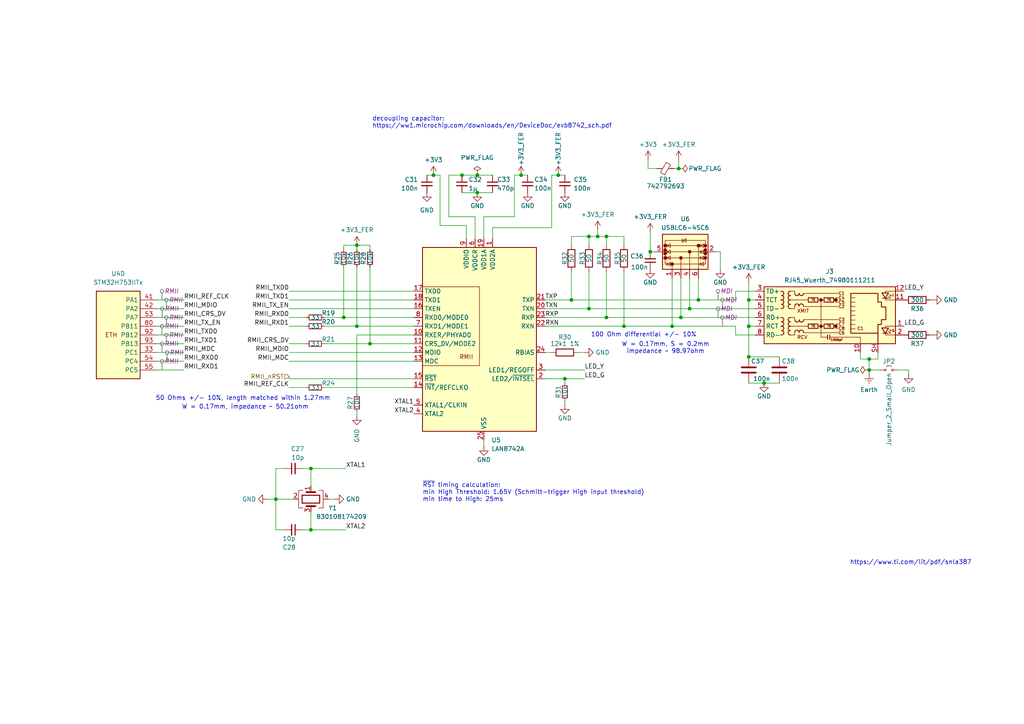
<source format=kicad_sch>
(kicad_sch
	(version 20250114)
	(generator "eeschema")
	(generator_version "9.0")
	(uuid "646f0ec7-69cc-4f42-8786-19ce68dbe63b")
	(paper "A4")
	
	(text "https://www.ti.com/lit/pdf/snla387"
		(exclude_from_sim no)
		(at 264.16 163.195 0)
		(effects
			(font
				(size 1.27 1.27)
			)
		)
		(uuid "07355253-d57a-4889-91b8-64d92046556e")
	)
	(text "W = 0.17mm, impedance ~ 50.21ohm"
		(exclude_from_sim no)
		(at 71.12 118.11 0)
		(effects
			(font
				(size 1.27 1.27)
			)
		)
		(uuid "49058765-2b2c-4275-9dcb-62dec990a013")
	)
	(text "~{RST} timing calculation:\nmin High Threshold: 1.65V (Schmitt-trigger High input threshold)\nmin time to High: 25ms"
		(exclude_from_sim no)
		(at 122.555 142.875 0)
		(effects
			(font
				(size 1.27 1.27)
			)
			(justify left)
		)
		(uuid "647e5c24-9002-4bcb-9253-b89a1429e58f")
	)
	(text "50 Ohms +/- 10%, length matched within 1.27mm"
		(exclude_from_sim no)
		(at 70.485 115.57 0)
		(effects
			(font
				(size 1.27 1.27)
			)
		)
		(uuid "87c95337-b4e4-4486-8203-c41b42b73555")
	)
	(text "decoupling capacitor:\nhttps://ww1.microchip.com/downloads/en/DeviceDoc/evb8742_sch.pdf"
		(exclude_from_sim no)
		(at 107.95 35.56 0)
		(effects
			(font
				(size 1.27 1.27)
			)
			(justify left)
		)
		(uuid "8daae0bb-64e3-4fc9-80ff-1c40c2265636")
	)
	(text "100 Ohm differential +/- 10%"
		(exclude_from_sim no)
		(at 186.69 97.155 0)
		(effects
			(font
				(size 1.27 1.27)
			)
		)
		(uuid "91dfeb50-624f-42c9-afcf-757a0abe0581")
	)
	(text "W = 0.17mm, S = 0.2mm\nimpedance ~ 98.97ohm"
		(exclude_from_sim no)
		(at 193.04 100.965 0)
		(effects
			(font
				(size 1.27 1.27)
			)
		)
		(uuid "fd6cdfc9-b2e2-4b13-abe0-02b1421eaaef")
	)
	(junction
		(at 196.85 48.895)
		(diameter 0)
		(color 0 0 0 0)
		(uuid "049ee6f0-edd9-4de9-9d41-d67b7d7371c4")
	)
	(junction
		(at 252.095 107.315)
		(diameter 0)
		(color 0 0 0 0)
		(uuid "0a4dc002-a1a1-4420-82d9-0f8650ef61be")
	)
	(junction
		(at 163.83 109.855)
		(diameter 0)
		(color 0 0 0 0)
		(uuid "1b0dfb70-1ae2-419b-8562-dfad3b9b2ec1")
	)
	(junction
		(at 103.505 94.615)
		(diameter 0)
		(color 0 0 0 0)
		(uuid "2035bcc3-7426-4bcb-8edc-fae5b3357d94")
	)
	(junction
		(at 151.13 50.8)
		(diameter 0)
		(color 0 0 0 0)
		(uuid "2647d42f-9872-4cd1-b370-3dd4abad0ecf")
	)
	(junction
		(at 202.565 86.995)
		(diameter 0)
		(color 0 0 0 0)
		(uuid "31b34c5c-feb7-4343-a199-c34c4443428d")
	)
	(junction
		(at 180.975 94.615)
		(diameter 0)
		(color 0 0 0 0)
		(uuid "365a1506-233c-4ff0-95cc-7f7a59db9742")
	)
	(junction
		(at 194.945 94.615)
		(diameter 0)
		(color 0 0 0 0)
		(uuid "4369633a-7c55-4b23-8849-c208281a6526")
	)
	(junction
		(at 165.735 86.995)
		(diameter 0)
		(color 0 0 0 0)
		(uuid "463d78f6-9a6e-4f37-93c6-b49793c12db1")
	)
	(junction
		(at 161.925 50.8)
		(diameter 0)
		(color 0 0 0 0)
		(uuid "4d300525-7eec-4176-997d-066554a55c5b")
	)
	(junction
		(at 221.615 111.125)
		(diameter 0)
		(color 0 0 0 0)
		(uuid "5f43df96-af99-4f70-af0c-81c21162083a")
	)
	(junction
		(at 217.17 86.995)
		(diameter 0)
		(color 0 0 0 0)
		(uuid "608c3ba2-14a8-4f9c-8522-bde368058f20")
	)
	(junction
		(at 80.01 144.78)
		(diameter 0)
		(color 0 0 0 0)
		(uuid "787f373f-9e88-4948-aee8-3d2848b59e9a")
	)
	(junction
		(at 175.895 92.075)
		(diameter 0)
		(color 0 0 0 0)
		(uuid "7fe16ac2-7ca3-4751-a581-5dcb8a6c92fd")
	)
	(junction
		(at 200.025 89.535)
		(diameter 0)
		(color 0 0 0 0)
		(uuid "9475dafa-ebc7-4881-a820-06306bb84810")
	)
	(junction
		(at 125.73 50.8)
		(diameter 0)
		(color 0 0 0 0)
		(uuid "96e1967a-2115-41a7-88e9-acfb9aa5adde")
	)
	(junction
		(at 217.17 103.505)
		(diameter 0)
		(color 0 0 0 0)
		(uuid "9beb3c46-0a2f-4454-ac89-62302ac3b4b6")
	)
	(junction
		(at 99.695 92.075)
		(diameter 0)
		(color 0 0 0 0)
		(uuid "a19ea777-a0c8-4300-8c9c-2eff811d80a8")
	)
	(junction
		(at 173.355 68.58)
		(diameter 0)
		(color 0 0 0 0)
		(uuid "aae18f9d-4e04-46ce-b266-d0e944fa6fe0")
	)
	(junction
		(at 103.505 71.12)
		(diameter 0)
		(color 0 0 0 0)
		(uuid "abafef1c-2e60-46e4-a8ae-5d7767c8353f")
	)
	(junction
		(at 90.17 135.89)
		(diameter 0)
		(color 0 0 0 0)
		(uuid "aebe97b2-90e8-4de5-ae36-1e13702e691f")
	)
	(junction
		(at 217.17 94.615)
		(diameter 0)
		(color 0 0 0 0)
		(uuid "b9cce664-a30d-45fa-9a00-8b22b82def88")
	)
	(junction
		(at 170.815 89.535)
		(diameter 0)
		(color 0 0 0 0)
		(uuid "c3700580-2003-4b1e-b1bb-6f518b3b860f")
	)
	(junction
		(at 107.315 99.695)
		(diameter 0)
		(color 0 0 0 0)
		(uuid "d39b6d90-3daf-408a-85ef-31f5d5d58189")
	)
	(junction
		(at 170.815 68.58)
		(diameter 0)
		(color 0 0 0 0)
		(uuid "dbd60596-381e-4027-a0e0-5a70fa2bfffb")
	)
	(junction
		(at 197.485 92.075)
		(diameter 0)
		(color 0 0 0 0)
		(uuid "e4de4d00-0894-47cf-b7f6-1c71ac9dd439")
	)
	(junction
		(at 175.895 68.58)
		(diameter 0)
		(color 0 0 0 0)
		(uuid "e67fad01-e732-47db-8c6b-05e5527967e6")
	)
	(junction
		(at 138.43 50.8)
		(diameter 0)
		(color 0 0 0 0)
		(uuid "eb5b30ac-37b3-4752-9ec5-cabbd714e075")
	)
	(junction
		(at 188.595 73.025)
		(diameter 0)
		(color 0 0 0 0)
		(uuid "f00bcc62-17d4-4f90-8f03-15fd4a6927a5")
	)
	(junction
		(at 90.17 153.67)
		(diameter 0)
		(color 0 0 0 0)
		(uuid "f671a679-fe35-4bcb-8fc5-8cfb555ede48")
	)
	(junction
		(at 138.43 55.88)
		(diameter 0)
		(color 0 0 0 0)
		(uuid "f7882165-b142-422f-b8b9-e7dd0618ad3f")
	)
	(junction
		(at 133.985 50.8)
		(diameter 0)
		(color 0 0 0 0)
		(uuid "f8fde5d8-42bd-473d-8f11-6dac1d9074ab")
	)
	(junction
		(at 252.095 104.14)
		(diameter 0)
		(color 0 0 0 0)
		(uuid "fe636ced-f702-4712-8005-0b89218216b5")
	)
	(wire
		(pts
			(xy 217.17 111.125) (xy 221.615 111.125)
		)
		(stroke
			(width 0)
			(type default)
		)
		(uuid "00144ff2-1693-4af6-869b-7e0a6c94bd1c")
	)
	(wire
		(pts
			(xy 160.02 50.8) (xy 160.02 66.04)
		)
		(stroke
			(width 0)
			(type default)
		)
		(uuid "01affafa-6033-4662-b39b-b9bf66857308")
	)
	(wire
		(pts
			(xy 80.01 144.78) (xy 77.47 144.78)
		)
		(stroke
			(width 0)
			(type default)
		)
		(uuid "01ba70ec-75c3-48c2-bdc1-3082c9c1ff85")
	)
	(wire
		(pts
			(xy 263.525 108.585) (xy 263.525 107.315)
		)
		(stroke
			(width 0)
			(type default)
		)
		(uuid "06da63f1-7d48-4675-bf23-6154b3e6b7ac")
	)
	(wire
		(pts
			(xy 170.815 68.58) (xy 173.355 68.58)
		)
		(stroke
			(width 0)
			(type default)
		)
		(uuid "08911034-c627-4506-90df-866254fed377")
	)
	(wire
		(pts
			(xy 188.595 73.025) (xy 189.865 73.025)
		)
		(stroke
			(width 0)
			(type default)
		)
		(uuid "0af78097-134e-4eab-8e4d-2b17537b0a86")
	)
	(wire
		(pts
			(xy 103.505 71.12) (xy 103.505 72.39)
		)
		(stroke
			(width 0)
			(type default)
		)
		(uuid "0d4f2b73-4153-4178-a506-1e102a676c5a")
	)
	(wire
		(pts
			(xy 173.355 68.58) (xy 175.895 68.58)
		)
		(stroke
			(width 0)
			(type default)
		)
		(uuid "0fccca0a-4dda-4e18-8f4f-5693216504e8")
	)
	(wire
		(pts
			(xy 170.815 78.74) (xy 170.815 89.535)
		)
		(stroke
			(width 0)
			(type default)
		)
		(uuid "15301487-0332-4c24-87d6-9ebe513c5aa8")
	)
	(wire
		(pts
			(xy 180.975 78.74) (xy 180.975 94.615)
		)
		(stroke
			(width 0)
			(type default)
		)
		(uuid "16d55de7-d73b-4de9-a28a-2ad1512f7552")
	)
	(wire
		(pts
			(xy 173.355 66.675) (xy 173.355 68.58)
		)
		(stroke
			(width 0)
			(type default)
		)
		(uuid "20e0de63-6e19-4287-9b59-e7006fd03ea4")
	)
	(wire
		(pts
			(xy 165.735 71.12) (xy 165.735 68.58)
		)
		(stroke
			(width 0)
			(type default)
		)
		(uuid "2125a24a-c2df-4b5f-9ce4-1ba7ca1ac7f3")
	)
	(wire
		(pts
			(xy 217.17 94.615) (xy 219.075 94.615)
		)
		(stroke
			(width 0)
			(type default)
		)
		(uuid "220e8c9f-eddd-4d41-b867-0777ab93f49f")
	)
	(wire
		(pts
			(xy 45.72 92.075) (xy 53.34 92.075)
		)
		(stroke
			(width 0)
			(type default)
		)
		(uuid "23d2efb4-7bcc-48a4-909b-bbd3d05a2745")
	)
	(wire
		(pts
			(xy 158.115 94.615) (xy 180.975 94.615)
		)
		(stroke
			(width 0)
			(type default)
		)
		(uuid "2654fbbe-d5a5-49a7-96c1-e5d3d9cbd202")
	)
	(wire
		(pts
			(xy 103.505 97.155) (xy 103.505 114.3)
		)
		(stroke
			(width 0)
			(type default)
		)
		(uuid "26b370ea-f94a-4cc7-8796-34563f511ab4")
	)
	(wire
		(pts
			(xy 83.82 92.075) (xy 88.9 92.075)
		)
		(stroke
			(width 0)
			(type default)
		)
		(uuid "28e1c6e0-596e-45fc-a2ae-dfd4218dcc2b")
	)
	(wire
		(pts
			(xy 125.73 50.8) (xy 127.635 50.8)
		)
		(stroke
			(width 0)
			(type default)
		)
		(uuid "290a9c70-f7fb-4e52-9ec5-3c44da9fa8bb")
	)
	(wire
		(pts
			(xy 127.635 65.405) (xy 135.255 65.405)
		)
		(stroke
			(width 0)
			(type default)
		)
		(uuid "29531760-dd99-46ec-b090-373b73def878")
	)
	(wire
		(pts
			(xy 93.98 92.075) (xy 99.695 92.075)
		)
		(stroke
			(width 0)
			(type default)
		)
		(uuid "2b2480a8-a9e9-4d94-a36d-49898046089b")
	)
	(wire
		(pts
			(xy 45.72 104.775) (xy 53.34 104.775)
		)
		(stroke
			(width 0)
			(type default)
		)
		(uuid "2d1889fb-b78d-46bc-9b9f-a77d13ac50da")
	)
	(wire
		(pts
			(xy 149.225 62.865) (xy 140.335 62.865)
		)
		(stroke
			(width 0)
			(type default)
		)
		(uuid "2da8ee30-603c-4699-bd2a-d6150ecec628")
	)
	(wire
		(pts
			(xy 45.72 102.235) (xy 53.34 102.235)
		)
		(stroke
			(width 0)
			(type default)
		)
		(uuid "2fcd5923-5415-4aa0-b1b2-2572d5169ef0")
	)
	(wire
		(pts
			(xy 213.36 97.155) (xy 213.36 94.615)
		)
		(stroke
			(width 0)
			(type default)
		)
		(uuid "303ec749-b4df-4895-af78-935caf4ffa85")
	)
	(wire
		(pts
			(xy 249.555 102.235) (xy 249.555 104.14)
		)
		(stroke
			(width 0)
			(type default)
		)
		(uuid "339e1b2d-bb9b-420b-8721-d254f6400d5d")
	)
	(wire
		(pts
			(xy 83.82 102.235) (xy 120.015 102.235)
		)
		(stroke
			(width 0)
			(type default)
		)
		(uuid "34208d06-6624-45f4-8759-b98580b4cab6")
	)
	(wire
		(pts
			(xy 83.82 94.615) (xy 88.9 94.615)
		)
		(stroke
			(width 0)
			(type default)
		)
		(uuid "3a18ed65-3736-42ee-a19e-d4fe4e0db912")
	)
	(wire
		(pts
			(xy 130.175 50.8) (xy 130.175 62.865)
		)
		(stroke
			(width 0)
			(type default)
		)
		(uuid "429cc455-908c-4731-9f3e-59cdf1306dda")
	)
	(wire
		(pts
			(xy 83.82 89.535) (xy 120.015 89.535)
		)
		(stroke
			(width 0)
			(type default)
		)
		(uuid "436c1e9b-5847-48e1-8461-50d0c76d4f4d")
	)
	(wire
		(pts
			(xy 163.83 109.855) (xy 158.115 109.855)
		)
		(stroke
			(width 0)
			(type default)
		)
		(uuid "43dae1d9-5de7-4a35-8a77-507e554c0068")
	)
	(wire
		(pts
			(xy 187.96 48.895) (xy 190.5 48.895)
		)
		(stroke
			(width 0)
			(type default)
		)
		(uuid "48a5b44a-d3cd-4119-adc8-7a67986557fb")
	)
	(wire
		(pts
			(xy 165.735 86.995) (xy 202.565 86.995)
		)
		(stroke
			(width 0)
			(type default)
		)
		(uuid "49a09884-c4f9-4fb9-af64-7c5e38ae0089")
	)
	(wire
		(pts
			(xy 175.895 92.075) (xy 197.485 92.075)
		)
		(stroke
			(width 0)
			(type default)
		)
		(uuid "4b7f8fc0-827f-4f00-b156-8f616aaebcf6")
	)
	(wire
		(pts
			(xy 194.945 94.615) (xy 213.36 94.615)
		)
		(stroke
			(width 0)
			(type default)
		)
		(uuid "4b84dd7b-806f-4ed2-9d62-df9122e4e6e6")
	)
	(wire
		(pts
			(xy 107.315 77.47) (xy 107.315 99.695)
		)
		(stroke
			(width 0)
			(type default)
		)
		(uuid "4bc5c759-75f0-40ef-a141-a41cb1f491fc")
	)
	(wire
		(pts
			(xy 175.895 78.74) (xy 175.895 92.075)
		)
		(stroke
			(width 0)
			(type default)
		)
		(uuid "4d5374fe-a43a-4c9b-b414-195fc28fb9b7")
	)
	(wire
		(pts
			(xy 82.55 153.67) (xy 80.01 153.67)
		)
		(stroke
			(width 0)
			(type default)
		)
		(uuid "4e385c0d-88cc-48c9-a4b5-aefeda986768")
	)
	(wire
		(pts
			(xy 133.985 55.88) (xy 138.43 55.88)
		)
		(stroke
			(width 0)
			(type default)
		)
		(uuid "522a4a19-7f4a-411b-b5a1-ed8003c0efd3")
	)
	(wire
		(pts
			(xy 83.82 86.995) (xy 120.015 86.995)
		)
		(stroke
			(width 0)
			(type default)
		)
		(uuid "52bf19ae-217a-4d6e-9ab1-0d2ab2ccf89a")
	)
	(wire
		(pts
			(xy 270.51 86.995) (xy 269.875 86.995)
		)
		(stroke
			(width 0)
			(type default)
		)
		(uuid "55698565-bacc-4261-aa34-18d5c76ebd76")
	)
	(wire
		(pts
			(xy 83.82 84.455) (xy 120.015 84.455)
		)
		(stroke
			(width 0)
			(type default)
		)
		(uuid "5937e630-c0ef-452a-b08d-abca98131ba2")
	)
	(wire
		(pts
			(xy 45.72 89.535) (xy 53.34 89.535)
		)
		(stroke
			(width 0)
			(type default)
		)
		(uuid "5e24a51b-7d35-445e-a28a-0a7f428dde79")
	)
	(wire
		(pts
			(xy 95.25 144.78) (xy 97.155 144.78)
		)
		(stroke
			(width 0)
			(type default)
		)
		(uuid "61508d60-da4b-43b3-894f-9d6e19fa150a")
	)
	(wire
		(pts
			(xy 103.505 97.155) (xy 120.015 97.155)
		)
		(stroke
			(width 0)
			(type default)
		)
		(uuid "61b320ff-404a-46cc-a700-a316d6f91a6b")
	)
	(wire
		(pts
			(xy 187.96 46.355) (xy 187.96 48.895)
		)
		(stroke
			(width 0)
			(type default)
		)
		(uuid "61d58686-f4f3-4cd0-9e72-c6599e6e60e5")
	)
	(wire
		(pts
			(xy 202.565 80.645) (xy 202.565 86.995)
		)
		(stroke
			(width 0)
			(type default)
		)
		(uuid "62d3a61c-f94d-4ec5-ae3c-b6b037886d47")
	)
	(wire
		(pts
			(xy 163.83 109.855) (xy 163.83 111.125)
		)
		(stroke
			(width 0)
			(type default)
		)
		(uuid "674f085f-fb53-4729-8e44-4201119212aa")
	)
	(wire
		(pts
			(xy 130.175 50.8) (xy 133.985 50.8)
		)
		(stroke
			(width 0)
			(type default)
		)
		(uuid "68f2f386-eb02-421e-a7d1-2f8fbe6da36d")
	)
	(wire
		(pts
			(xy 213.36 84.455) (xy 219.075 84.455)
		)
		(stroke
			(width 0)
			(type default)
		)
		(uuid "6afcbffe-476b-4748-95fe-8ea452c242cd")
	)
	(wire
		(pts
			(xy 45.72 99.695) (xy 53.34 99.695)
		)
		(stroke
			(width 0)
			(type default)
		)
		(uuid "6b66700f-6440-4a98-9ea2-912876cb0c86")
	)
	(wire
		(pts
			(xy 252.095 107.315) (xy 255.27 107.315)
		)
		(stroke
			(width 0)
			(type default)
		)
		(uuid "6c6c5d66-4a78-43a2-ad9f-8471ed731a0b")
	)
	(wire
		(pts
			(xy 180.975 68.58) (xy 180.975 71.12)
		)
		(stroke
			(width 0)
			(type default)
		)
		(uuid "6c972cd1-4da0-4615-aed0-1b0e67e4768a")
	)
	(wire
		(pts
			(xy 219.075 86.995) (xy 217.17 86.995)
		)
		(stroke
			(width 0)
			(type default)
		)
		(uuid "6e785828-3fe3-4bff-b9a6-2ec11b609e3c")
	)
	(wire
		(pts
			(xy 217.17 103.505) (xy 226.06 103.505)
		)
		(stroke
			(width 0)
			(type default)
		)
		(uuid "78aba207-eb8b-48e5-be39-c7b69e8a494c")
	)
	(wire
		(pts
			(xy 270.51 97.155) (xy 269.875 97.155)
		)
		(stroke
			(width 0)
			(type default)
		)
		(uuid "7bcc2f40-53e0-4560-bac4-206255dca4e5")
	)
	(wire
		(pts
			(xy 99.695 92.075) (xy 120.015 92.075)
		)
		(stroke
			(width 0)
			(type default)
		)
		(uuid "7c2481da-70c0-4909-862e-16149359c609")
	)
	(wire
		(pts
			(xy 133.985 50.8) (xy 138.43 50.8)
		)
		(stroke
			(width 0)
			(type default)
		)
		(uuid "7c97ce75-94c9-4b10-8262-850d8bbb3df6")
	)
	(wire
		(pts
			(xy 90.17 135.89) (xy 90.17 140.97)
		)
		(stroke
			(width 0)
			(type default)
		)
		(uuid "7ea64745-433b-4445-8340-fe5232f8e914")
	)
	(wire
		(pts
			(xy 93.98 112.395) (xy 120.015 112.395)
		)
		(stroke
			(width 0)
			(type default)
		)
		(uuid "7fbc9325-e968-4f74-9b93-5bd8d08d7e5f")
	)
	(wire
		(pts
			(xy 103.505 71.12) (xy 107.315 71.12)
		)
		(stroke
			(width 0)
			(type default)
		)
		(uuid "800530cc-c4d2-4a7e-91f0-76d71f148cbd")
	)
	(wire
		(pts
			(xy 169.545 107.315) (xy 158.115 107.315)
		)
		(stroke
			(width 0)
			(type default)
		)
		(uuid "812ff3f7-f076-40b5-8856-3a597416b7eb")
	)
	(wire
		(pts
			(xy 208.915 78.105) (xy 208.915 73.025)
		)
		(stroke
			(width 0)
			(type default)
		)
		(uuid "83ea4a83-a30c-48bd-9175-53b0aa084a6a")
	)
	(wire
		(pts
			(xy 99.695 77.47) (xy 99.695 92.075)
		)
		(stroke
			(width 0)
			(type default)
		)
		(uuid "871fb53c-fd13-4b02-abc0-fe5e27b7b0a5")
	)
	(wire
		(pts
			(xy 158.115 89.535) (xy 170.815 89.535)
		)
		(stroke
			(width 0)
			(type default)
		)
		(uuid "8a403cb8-dfd3-4ae5-be0f-3761e62ab178")
	)
	(wire
		(pts
			(xy 83.82 99.695) (xy 88.9 99.695)
		)
		(stroke
			(width 0)
			(type default)
		)
		(uuid "8a5a1edd-b612-4278-ace6-d9a58e952d76")
	)
	(wire
		(pts
			(xy 103.505 94.615) (xy 120.015 94.615)
		)
		(stroke
			(width 0)
			(type default)
		)
		(uuid "8bc3e9a0-e3c7-4ab7-81fe-5f240abc8e28")
	)
	(wire
		(pts
			(xy 208.915 73.025) (xy 207.645 73.025)
		)
		(stroke
			(width 0)
			(type default)
		)
		(uuid "8c28dfd6-f055-4f0f-bfd7-60187e203c7b")
	)
	(wire
		(pts
			(xy 169.545 109.855) (xy 163.83 109.855)
		)
		(stroke
			(width 0)
			(type default)
		)
		(uuid "8ded6cc0-737a-4c89-89a1-f1139eb4cc8e")
	)
	(wire
		(pts
			(xy 83.82 104.775) (xy 120.015 104.775)
		)
		(stroke
			(width 0)
			(type default)
		)
		(uuid "8e0b8178-31de-48d9-b9c1-9458379f8036")
	)
	(wire
		(pts
			(xy 197.485 80.645) (xy 197.485 92.075)
		)
		(stroke
			(width 0)
			(type default)
		)
		(uuid "8e687512-2e02-42e9-aa27-bf833b5e8bdc")
	)
	(wire
		(pts
			(xy 165.735 78.74) (xy 165.735 86.995)
		)
		(stroke
			(width 0)
			(type default)
		)
		(uuid "91da2b26-22a0-4542-b2ee-931d057c3727")
	)
	(wire
		(pts
			(xy 90.17 153.67) (xy 87.63 153.67)
		)
		(stroke
			(width 0)
			(type default)
		)
		(uuid "92bf7c38-400d-49d1-ad9d-4d9a6ce02c7c")
	)
	(wire
		(pts
			(xy 217.17 81.915) (xy 217.17 86.995)
		)
		(stroke
			(width 0)
			(type default)
		)
		(uuid "94478a99-c3c4-4e4c-a495-d24168655c5f")
	)
	(wire
		(pts
			(xy 127.635 50.8) (xy 127.635 65.405)
		)
		(stroke
			(width 0)
			(type default)
		)
		(uuid "94a1c5ba-7c20-4a13-9b87-f0fa0e9f28df")
	)
	(wire
		(pts
			(xy 254.635 102.235) (xy 254.635 104.14)
		)
		(stroke
			(width 0)
			(type default)
		)
		(uuid "952da97a-927e-4ca1-baaf-7ff4a88abfb2")
	)
	(wire
		(pts
			(xy 200.025 80.645) (xy 200.025 89.535)
		)
		(stroke
			(width 0)
			(type default)
		)
		(uuid "9548ff77-0a4c-4549-9c8e-d0fd9f1e6a40")
	)
	(wire
		(pts
			(xy 252.095 104.14) (xy 254.635 104.14)
		)
		(stroke
			(width 0)
			(type default)
		)
		(uuid "97f110a7-551f-4025-aabc-dea7c2b7dcd7")
	)
	(wire
		(pts
			(xy 249.555 104.14) (xy 252.095 104.14)
		)
		(stroke
			(width 0)
			(type default)
		)
		(uuid "984cd56c-c49f-48f8-aa4b-f552714fdc23")
	)
	(wire
		(pts
			(xy 45.72 107.315) (xy 53.34 107.315)
		)
		(stroke
			(width 0)
			(type default)
		)
		(uuid "9885e643-76f4-43fa-bcbf-55ff7c90248a")
	)
	(wire
		(pts
			(xy 80.01 135.89) (xy 82.55 135.89)
		)
		(stroke
			(width 0)
			(type default)
		)
		(uuid "9b556e72-6b69-440e-8dd6-395eced69758")
	)
	(wire
		(pts
			(xy 260.35 107.315) (xy 263.525 107.315)
		)
		(stroke
			(width 0)
			(type default)
		)
		(uuid "9cf1c10b-b647-46e8-a76f-84bc75175116")
	)
	(wire
		(pts
			(xy 200.025 89.535) (xy 219.075 89.535)
		)
		(stroke
			(width 0)
			(type default)
		)
		(uuid "9d3da8a4-f830-4814-ae63-5a93f6e6f974")
	)
	(wire
		(pts
			(xy 83.82 112.395) (xy 88.9 112.395)
		)
		(stroke
			(width 0)
			(type default)
		)
		(uuid "9d47613c-b2e9-47d4-b847-783c0eecfe36")
	)
	(wire
		(pts
			(xy 80.01 144.78) (xy 85.09 144.78)
		)
		(stroke
			(width 0)
			(type default)
		)
		(uuid "9e328c0b-b8d0-44c3-9502-a376eb60c70f")
	)
	(wire
		(pts
			(xy 195.58 48.895) (xy 196.85 48.895)
		)
		(stroke
			(width 0)
			(type default)
		)
		(uuid "9f77652f-e7f9-4d2e-9fd8-b7fed4b023d7")
	)
	(wire
		(pts
			(xy 45.72 97.155) (xy 53.34 97.155)
		)
		(stroke
			(width 0)
			(type default)
		)
		(uuid "a15bffc4-03ec-4494-b211-30b28e55de7c")
	)
	(wire
		(pts
			(xy 161.925 50.8) (xy 163.83 50.8)
		)
		(stroke
			(width 0)
			(type default)
		)
		(uuid "a1b019fd-8deb-484b-9046-8f51a332eb08")
	)
	(wire
		(pts
			(xy 100.33 135.89) (xy 90.17 135.89)
		)
		(stroke
			(width 0)
			(type default)
		)
		(uuid "a3ac8f3e-6ccb-4afa-b5be-fc8a54d1b5c3")
	)
	(wire
		(pts
			(xy 160.02 50.8) (xy 161.925 50.8)
		)
		(stroke
			(width 0)
			(type default)
		)
		(uuid "a6e42b82-5250-4794-aa1b-6a9d3cc2a740")
	)
	(wire
		(pts
			(xy 83.82 109.855) (xy 120.015 109.855)
		)
		(stroke
			(width 0)
			(type default)
		)
		(uuid "a7600a51-bba3-4568-95e4-a911a671451b")
	)
	(wire
		(pts
			(xy 153.035 50.8) (xy 151.13 50.8)
		)
		(stroke
			(width 0)
			(type default)
		)
		(uuid "a78d45b3-6f4b-40c8-b675-b373cdf2db95")
	)
	(wire
		(pts
			(xy 80.01 144.78) (xy 80.01 135.89)
		)
		(stroke
			(width 0)
			(type default)
		)
		(uuid "a80f71b5-806b-448e-8d71-c0fa43b87a80")
	)
	(wire
		(pts
			(xy 160.02 66.04) (xy 142.875 66.04)
		)
		(stroke
			(width 0)
			(type default)
		)
		(uuid "aca29c85-595d-4868-bff2-7837dc83bbb1")
	)
	(wire
		(pts
			(xy 175.895 68.58) (xy 175.895 71.12)
		)
		(stroke
			(width 0)
			(type default)
		)
		(uuid "acfd7b76-16dc-49f2-a48a-5c7cd1ce04e7")
	)
	(wire
		(pts
			(xy 45.72 86.995) (xy 53.34 86.995)
		)
		(stroke
			(width 0)
			(type default)
		)
		(uuid "ad8abd60-dcfd-4719-84a8-2aa3bb4d78e2")
	)
	(wire
		(pts
			(xy 100.33 153.67) (xy 90.17 153.67)
		)
		(stroke
			(width 0)
			(type default)
		)
		(uuid "adc8bd2c-37d6-4047-8788-f3094fbc5d11")
	)
	(wire
		(pts
			(xy 103.505 77.47) (xy 103.505 94.615)
		)
		(stroke
			(width 0)
			(type default)
		)
		(uuid "b147d74c-0249-49e5-ba86-6d63126ec931")
	)
	(wire
		(pts
			(xy 140.335 127.635) (xy 140.335 129.54)
		)
		(stroke
			(width 0)
			(type default)
		)
		(uuid "b15c7db4-bbd8-467f-ada9-e6ccec227f53")
	)
	(wire
		(pts
			(xy 217.17 94.615) (xy 217.17 103.505)
		)
		(stroke
			(width 0)
			(type default)
		)
		(uuid "b3b6295f-3bd7-4cb7-8d2f-5eb061c3ec6f")
	)
	(wire
		(pts
			(xy 196.85 46.355) (xy 196.85 48.895)
		)
		(stroke
			(width 0)
			(type default)
		)
		(uuid "b3eb0eee-b544-43cc-ac14-ef786a2e8e70")
	)
	(wire
		(pts
			(xy 123.825 50.8) (xy 125.73 50.8)
		)
		(stroke
			(width 0)
			(type default)
		)
		(uuid "b52cdca1-6194-43f7-a3da-9f51f82530cf")
	)
	(wire
		(pts
			(xy 45.72 94.615) (xy 53.34 94.615)
		)
		(stroke
			(width 0)
			(type default)
		)
		(uuid "b659373f-abac-4095-91b7-3cd134be45d6")
	)
	(wire
		(pts
			(xy 135.255 65.405) (xy 135.255 69.215)
		)
		(stroke
			(width 0)
			(type default)
		)
		(uuid "b9e03fb6-2f0c-4279-b9d4-c71f9ecc5acc")
	)
	(wire
		(pts
			(xy 197.485 92.075) (xy 219.075 92.075)
		)
		(stroke
			(width 0)
			(type default)
		)
		(uuid "bba6544d-7714-4872-8583-92941f4db7f0")
	)
	(wire
		(pts
			(xy 221.615 111.125) (xy 226.06 111.125)
		)
		(stroke
			(width 0)
			(type default)
		)
		(uuid "bbbb2aa4-d452-4a66-bb98-5d058a59c6cb")
	)
	(wire
		(pts
			(xy 170.815 89.535) (xy 200.025 89.535)
		)
		(stroke
			(width 0)
			(type default)
		)
		(uuid "bd0553eb-77a6-4647-a4c3-297b942873da")
	)
	(wire
		(pts
			(xy 99.695 71.12) (xy 103.505 71.12)
		)
		(stroke
			(width 0)
			(type default)
		)
		(uuid "be79e75b-7ed4-4d49-a22c-57af6699a84b")
	)
	(wire
		(pts
			(xy 158.115 92.075) (xy 175.895 92.075)
		)
		(stroke
			(width 0)
			(type default)
		)
		(uuid "bea9ac0c-383b-43e8-bd7a-ed1b0184cb56")
	)
	(wire
		(pts
			(xy 163.83 116.205) (xy 163.83 117.475)
		)
		(stroke
			(width 0)
			(type default)
		)
		(uuid "bf9515c4-18eb-4e02-b1ea-e1efa3d812c6")
	)
	(wire
		(pts
			(xy 252.095 104.14) (xy 252.095 107.315)
		)
		(stroke
			(width 0)
			(type default)
		)
		(uuid "c00f1a19-9a24-4f94-a353-f0a3934af9f0")
	)
	(wire
		(pts
			(xy 194.945 80.645) (xy 194.945 94.615)
		)
		(stroke
			(width 0)
			(type default)
		)
		(uuid "c296004b-d4fc-4e63-abd8-d81f9db587bc")
	)
	(wire
		(pts
			(xy 160.02 102.235) (xy 158.115 102.235)
		)
		(stroke
			(width 0)
			(type default)
		)
		(uuid "c2a5f62a-48ec-4025-9c16-f41f634127df")
	)
	(wire
		(pts
			(xy 93.98 94.615) (xy 103.505 94.615)
		)
		(stroke
			(width 0)
			(type default)
		)
		(uuid "c4f9098d-65a2-45fb-a988-1643465e1e0a")
	)
	(wire
		(pts
			(xy 107.315 99.695) (xy 120.015 99.695)
		)
		(stroke
			(width 0)
			(type default)
		)
		(uuid "c50b4b23-93b6-4403-895a-1d659fd37072")
	)
	(wire
		(pts
			(xy 151.13 50.8) (xy 149.225 50.8)
		)
		(stroke
			(width 0)
			(type default)
		)
		(uuid "c53fef38-6ac5-421b-a1b6-5eebd9c4aea7")
	)
	(wire
		(pts
			(xy 99.695 72.39) (xy 99.695 71.12)
		)
		(stroke
			(width 0)
			(type default)
		)
		(uuid "c9abb0ee-9525-464f-8566-fa1f334bf4be")
	)
	(wire
		(pts
			(xy 165.735 86.995) (xy 158.115 86.995)
		)
		(stroke
			(width 0)
			(type default)
		)
		(uuid "cc6e4fa6-f53d-490b-8743-526a9100e71d")
	)
	(wire
		(pts
			(xy 188.595 67.31) (xy 188.595 73.025)
		)
		(stroke
			(width 0)
			(type default)
		)
		(uuid "cd10e510-1d6c-49af-97e6-ac8446a06643")
	)
	(wire
		(pts
			(xy 213.36 97.155) (xy 219.075 97.155)
		)
		(stroke
			(width 0)
			(type default)
		)
		(uuid "cdf3343a-e54a-48d4-a6b3-953fb3fa9220")
	)
	(wire
		(pts
			(xy 252.095 107.315) (xy 252.095 108.585)
		)
		(stroke
			(width 0)
			(type default)
		)
		(uuid "d0c6e02d-e1dd-4228-9250-0c868f09525e")
	)
	(wire
		(pts
			(xy 165.735 68.58) (xy 170.815 68.58)
		)
		(stroke
			(width 0)
			(type default)
		)
		(uuid "d1826d52-0eba-4306-9409-8f71d86591ce")
	)
	(wire
		(pts
			(xy 103.505 119.38) (xy 103.505 120.65)
		)
		(stroke
			(width 0)
			(type default)
		)
		(uuid "d32a798a-2e1b-4535-8805-d7e5ea0eaae2")
	)
	(wire
		(pts
			(xy 137.795 62.865) (xy 137.795 69.215)
		)
		(stroke
			(width 0)
			(type default)
		)
		(uuid "d7719353-f0ae-4b86-8de9-287fbe617e2c")
	)
	(wire
		(pts
			(xy 80.01 153.67) (xy 80.01 144.78)
		)
		(stroke
			(width 0)
			(type default)
		)
		(uuid "d99d427d-7613-4dc3-975f-e7800535aed9")
	)
	(wire
		(pts
			(xy 130.175 62.865) (xy 137.795 62.865)
		)
		(stroke
			(width 0)
			(type default)
		)
		(uuid "db4fcfd2-aede-4844-ac04-0715279789dd")
	)
	(wire
		(pts
			(xy 217.17 86.995) (xy 217.17 94.615)
		)
		(stroke
			(width 0)
			(type default)
		)
		(uuid "dd18eb2c-730b-4e31-ae7a-f77b42140eed")
	)
	(wire
		(pts
			(xy 180.975 94.615) (xy 194.945 94.615)
		)
		(stroke
			(width 0)
			(type default)
		)
		(uuid "e155ea79-d884-4589-86ae-8bf43c64a009")
	)
	(wire
		(pts
			(xy 170.815 68.58) (xy 170.815 71.12)
		)
		(stroke
			(width 0)
			(type default)
		)
		(uuid "e50b5493-8d01-4a3e-887c-511eeba7286c")
	)
	(wire
		(pts
			(xy 107.315 71.12) (xy 107.315 72.39)
		)
		(stroke
			(width 0)
			(type default)
		)
		(uuid "e5eb505e-e779-4399-a8f9-e3921bbc7710")
	)
	(wire
		(pts
			(xy 149.225 50.8) (xy 149.225 62.865)
		)
		(stroke
			(width 0)
			(type default)
		)
		(uuid "e7abd211-a126-4e86-8ac4-cd6f7b1d8db2")
	)
	(wire
		(pts
			(xy 83.82 109.22) (xy 83.82 109.855)
		)
		(stroke
			(width 0)
			(type default)
		)
		(uuid "e82de660-4928-479d-a481-d1a1b6f4eb9b")
	)
	(wire
		(pts
			(xy 175.895 68.58) (xy 180.975 68.58)
		)
		(stroke
			(width 0)
			(type default)
		)
		(uuid "e9739e40-1808-4fcf-b512-cf42ab4a7959")
	)
	(wire
		(pts
			(xy 87.63 135.89) (xy 90.17 135.89)
		)
		(stroke
			(width 0)
			(type default)
		)
		(uuid "ec87a965-a33e-4bb4-8d61-2d5e11d06920")
	)
	(wire
		(pts
			(xy 169.545 102.235) (xy 167.64 102.235)
		)
		(stroke
			(width 0)
			(type default)
		)
		(uuid "ee017901-6604-4033-9edb-84ee8341180e")
	)
	(wire
		(pts
			(xy 142.875 66.04) (xy 142.875 69.215)
		)
		(stroke
			(width 0)
			(type default)
		)
		(uuid "ef6e78f6-c7ec-4702-9f2f-afc339511181")
	)
	(wire
		(pts
			(xy 213.36 84.455) (xy 213.36 86.995)
		)
		(stroke
			(width 0)
			(type default)
		)
		(uuid "f046ebd9-0e75-4b81-b0e1-a29ab86d327a")
	)
	(wire
		(pts
			(xy 90.17 148.59) (xy 90.17 153.67)
		)
		(stroke
			(width 0)
			(type default)
		)
		(uuid "f0ad7163-6cf0-4dc0-8878-cd318ce0e966")
	)
	(wire
		(pts
			(xy 138.43 50.8) (xy 142.875 50.8)
		)
		(stroke
			(width 0)
			(type default)
		)
		(uuid "f23d3adc-604b-4fd1-8d73-2802a9086ee8")
	)
	(wire
		(pts
			(xy 93.98 99.695) (xy 107.315 99.695)
		)
		(stroke
			(width 0)
			(type default)
		)
		(uuid "f356096d-2687-4997-8b33-afe93c339623")
	)
	(wire
		(pts
			(xy 138.43 55.88) (xy 142.875 55.88)
		)
		(stroke
			(width 0)
			(type default)
		)
		(uuid "fd0b2736-439e-4d04-8d91-08fda19dd721")
	)
	(wire
		(pts
			(xy 202.565 86.995) (xy 213.36 86.995)
		)
		(stroke
			(width 0)
			(type default)
		)
		(uuid "fd79d2dc-88de-46de-80ed-e7c3404d6f02")
	)
	(wire
		(pts
			(xy 140.335 62.865) (xy 140.335 69.215)
		)
		(stroke
			(width 0)
			(type default)
		)
		(uuid "fd9413b9-7e53-4c78-b960-1364993f86fe")
	)
	(label "RMII_REF_CLK"
		(at 83.82 112.395 180)
		(effects
			(font
				(size 1.27 1.27)
			)
			(justify right bottom)
		)
		(uuid "26607b01-67c9-4133-821a-3356345fb417")
	)
	(label "RMII_TX_EN"
		(at 83.82 89.535 180)
		(effects
			(font
				(size 1.27 1.27)
			)
			(justify right bottom)
		)
		(uuid "29c18692-8289-4c7f-8256-bce50a093eab")
	)
	(label "RXN"
		(at 158.115 94.615 0)
		(effects
			(font
				(size 1.27 1.27)
			)
			(justify left bottom)
		)
		(uuid "35720338-fa14-40b1-9fd7-6f00f8ea5477")
	)
	(label "LED_Y"
		(at 169.545 107.315 0)
		(effects
			(font
				(size 1.27 1.27)
			)
			(justify left bottom)
		)
		(uuid "3c4d43cd-5185-4af6-a0ca-371a8baf3403")
	)
	(label "XTAL2"
		(at 120.015 120.015 180)
		(effects
			(font
				(size 1.27 1.27)
			)
			(justify right bottom)
		)
		(uuid "46df73cb-ee33-42a6-903d-3ad9319d678f")
	)
	(label "XTAL2"
		(at 100.33 153.67 0)
		(effects
			(font
				(size 1.27 1.27)
			)
			(justify left bottom)
		)
		(uuid "4ed7961a-40fe-4d7e-912c-5d7f470b7fb3")
	)
	(label "RMII_TXD1"
		(at 83.82 86.995 180)
		(effects
			(font
				(size 1.27 1.27)
			)
			(justify right bottom)
		)
		(uuid "65f0420b-606f-4665-a9e0-567d3e25c063")
	)
	(label "RMII_MDIO"
		(at 53.34 89.535 0)
		(effects
			(font
				(size
... [95048 chars truncated]
</source>
